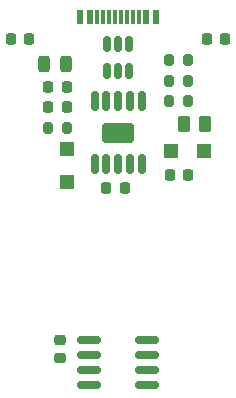
<source format=gtp>
%TF.GenerationSoftware,KiCad,Pcbnew,8.0.8*%
%TF.CreationDate,2025-02-23T10:22:01-05:00*%
%TF.ProjectId,attinyx12_dev,61747469-6e79-4783-9132-5f6465762e6b,rev?*%
%TF.SameCoordinates,Original*%
%TF.FileFunction,Paste,Top*%
%TF.FilePolarity,Positive*%
%FSLAX46Y46*%
G04 Gerber Fmt 4.6, Leading zero omitted, Abs format (unit mm)*
G04 Created by KiCad (PCBNEW 8.0.8) date 2025-02-23 10:22:01*
%MOMM*%
%LPD*%
G01*
G04 APERTURE LIST*
G04 Aperture macros list*
%AMRoundRect*
0 Rectangle with rounded corners*
0 $1 Rounding radius*
0 $2 $3 $4 $5 $6 $7 $8 $9 X,Y pos of 4 corners*
0 Add a 4 corners polygon primitive as box body*
4,1,4,$2,$3,$4,$5,$6,$7,$8,$9,$2,$3,0*
0 Add four circle primitives for the rounded corners*
1,1,$1+$1,$2,$3*
1,1,$1+$1,$4,$5*
1,1,$1+$1,$6,$7*
1,1,$1+$1,$8,$9*
0 Add four rect primitives between the rounded corners*
20,1,$1+$1,$2,$3,$4,$5,0*
20,1,$1+$1,$4,$5,$6,$7,0*
20,1,$1+$1,$6,$7,$8,$9,0*
20,1,$1+$1,$8,$9,$2,$3,0*%
G04 Aperture macros list end*
%ADD10RoundRect,0.218750X-0.218750X-0.256250X0.218750X-0.256250X0.218750X0.256250X-0.218750X0.256250X0*%
%ADD11RoundRect,0.225000X0.225000X0.250000X-0.225000X0.250000X-0.225000X-0.250000X0.225000X-0.250000X0*%
%ADD12RoundRect,0.200000X0.200000X0.275000X-0.200000X0.275000X-0.200000X-0.275000X0.200000X-0.275000X0*%
%ADD13RoundRect,0.150000X-0.825000X-0.150000X0.825000X-0.150000X0.825000X0.150000X-0.825000X0.150000X0*%
%ADD14RoundRect,0.150000X0.150000X-0.512500X0.150000X0.512500X-0.150000X0.512500X-0.150000X-0.512500X0*%
%ADD15R,1.200000X1.200000*%
%ADD16RoundRect,0.250000X-0.262500X-0.450000X0.262500X-0.450000X0.262500X0.450000X-0.262500X0.450000X0*%
%ADD17R,0.600000X1.210000*%
%ADD18R,0.600000X1.240000*%
%ADD19R,0.300000X1.240000*%
%ADD20RoundRect,0.250000X-1.080000X0.595000X-1.080000X-0.595000X1.080000X-0.595000X1.080000X0.595000X0*%
%ADD21RoundRect,0.150000X-0.150000X0.687500X-0.150000X-0.687500X0.150000X-0.687500X0.150000X0.687500X0*%
%ADD22RoundRect,0.243750X-0.243750X-0.456250X0.243750X-0.456250X0.243750X0.456250X-0.243750X0.456250X0*%
%ADD23RoundRect,0.225000X-0.225000X-0.250000X0.225000X-0.250000X0.225000X0.250000X-0.225000X0.250000X0*%
%ADD24RoundRect,0.225000X-0.250000X0.225000X-0.250000X-0.225000X0.250000X-0.225000X0.250000X0.225000X0*%
G04 APERTURE END LIST*
D10*
%TO.C,D1*%
X3212500Y-9520000D03*
X4787500Y-9520000D03*
%TD*%
D11*
%TO.C,C2*%
X7935000Y-15300000D03*
X6385000Y-15300000D03*
%TD*%
D12*
%TO.C,R4*%
X18255000Y-14740000D03*
X16605000Y-14740000D03*
%TD*%
D13*
%TO.C,U2*%
X9825000Y-34995000D03*
X9825000Y-36265000D03*
X9825000Y-37535000D03*
X9825000Y-38805000D03*
X14775000Y-38805000D03*
X14775000Y-37535000D03*
X14775000Y-36265000D03*
X14775000Y-34995000D03*
%TD*%
D12*
%TO.C,R2*%
X18255000Y-13030000D03*
X16605000Y-13030000D03*
%TD*%
D14*
%TO.C,U1*%
X11350000Y-12187500D03*
X12300000Y-12187500D03*
X13250000Y-12187500D03*
X13250000Y-9912500D03*
X12300000Y-9912500D03*
X11350000Y-9912500D03*
%TD*%
D15*
%TO.C,D3*%
X19597500Y-18970000D03*
X16797500Y-18970000D03*
%TD*%
D12*
%TO.C,R3*%
X18255000Y-11320000D03*
X16605000Y-11320000D03*
%TD*%
D16*
%TO.C,R5*%
X17857500Y-16670000D03*
X19682500Y-16670000D03*
%TD*%
D11*
%TO.C,C5*%
X12865000Y-22140000D03*
X11315000Y-22140000D03*
%TD*%
D17*
%TO.C,J1*%
X15500000Y-7640000D03*
D18*
X14700000Y-7625000D03*
D19*
X13550000Y-7625000D03*
X12550000Y-7625000D03*
X12050000Y-7625000D03*
X11050000Y-7625000D03*
D18*
X9900000Y-7625000D03*
D17*
X9100000Y-7640000D03*
X9100000Y-7640000D03*
D18*
X9900000Y-7625000D03*
D19*
X10550000Y-7625000D03*
X11550000Y-7625000D03*
X13050000Y-7625000D03*
X14050000Y-7625000D03*
D18*
X14700000Y-7625000D03*
D17*
X15500000Y-7640000D03*
%TD*%
D10*
%TO.C,D4*%
X19812500Y-9520000D03*
X21387500Y-9520000D03*
%TD*%
D11*
%TO.C,C1*%
X7935000Y-13590000D03*
X6385000Y-13590000D03*
%TD*%
D15*
%TO.C,D2*%
X7940000Y-21640000D03*
X7940000Y-18840000D03*
%TD*%
D20*
%TO.C,U3*%
X12310000Y-17437500D03*
D21*
X14310000Y-14800000D03*
X13310000Y-14800000D03*
X12310000Y-14800000D03*
X11310000Y-14800000D03*
X10310000Y-14800000D03*
X10310000Y-20075000D03*
X11310000Y-20075000D03*
X12310000Y-20075000D03*
X13310000Y-20075000D03*
X14310000Y-20075000D03*
%TD*%
D22*
%TO.C,F1*%
X6022500Y-11660000D03*
X7897500Y-11660000D03*
%TD*%
D12*
%TO.C,R1*%
X7985000Y-17010000D03*
X6335000Y-17010000D03*
%TD*%
D23*
%TO.C,C4*%
X16655000Y-21050000D03*
X18205000Y-21050000D03*
%TD*%
D24*
%TO.C,C3*%
X7370000Y-34995000D03*
X7370000Y-36545000D03*
%TD*%
M02*

</source>
